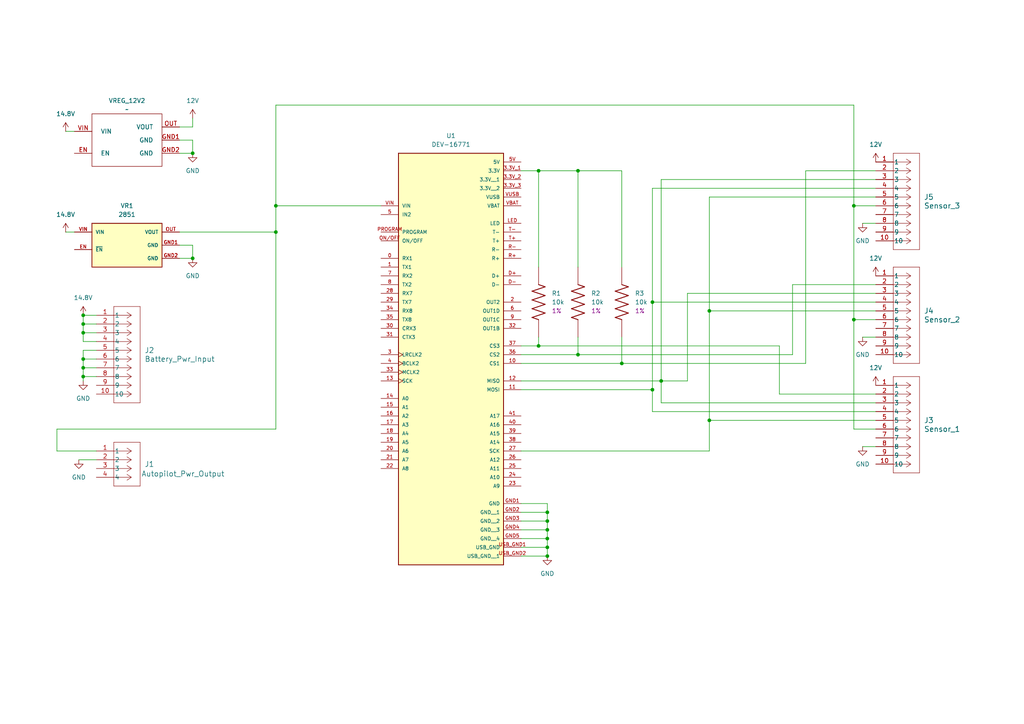
<source format=kicad_sch>
(kicad_sch (version 20231120) (generator "eeschema") (generator_version "8.0")
  (paper "A4")
  (lib_symbols
    (symbol "2Pin_Molex:2Pin_Molex" (pin_names (offset 0.254))
      (property "Reference" "J1" (at 8.89 6.35 0))
      (symbol "2Pin_Molex_1_1"
        (polyline (pts (xy 5.08 -10.16) (xy 12.7 -10.16)) (stroke (width 0.127)))
        (polyline (pts (xy 5.08 2.54) (xy 5.08 -10.16)) (stroke (width 0.127)))
        (polyline (pts (xy 10.16 -7.62) (xy 5.08 -7.62)) (stroke (width 0.127)))
        (polyline (pts (xy 10.16 -7.62) (xy 8.89 -8.4667)) (stroke (width 0.127)))
        (polyline (pts (xy 10.16 -7.62) (xy 8.89 -6.7733)) (stroke (width 0.127)))
        (polyline (pts (xy 10.16 -5.08) (xy 5.08 -5.08)) (stroke (width 0.127)))
        (polyline (pts (xy 10.16 -5.08) (xy 8.89 -5.9267)) (stroke (width 0.127)))
        (polyline (pts (xy 10.16 -5.08) (xy 8.89 -4.2333)) (stroke (width 0.127)))
        (polyline (pts (xy 10.16 -2.54) (xy 5.08 -2.54)) (stroke (width 0.127)))
        (polyline (pts (xy 10.16 -2.54) (xy 8.89 -3.3867)) (stroke (width 0.127)))
        (polyline (pts (xy 10.16 -2.54) (xy 8.89 -1.6933)) (stroke (width 0.127)))
        (polyline (pts (xy 10.16 0) (xy 5.08 0)) (stroke (width 0.127)))
        (polyline (pts (xy 10.16 0) (xy 8.89 -0.8467)) (stroke (width 0.127)))
        (polyline (pts (xy 10.16 0) (xy 8.89 0.8467)) (stroke (width 0.127)))
        (polyline (pts (xy 12.7 -10.16) (xy 12.7 2.54)) (stroke (width 0.127)))
        (polyline (pts (xy 12.7 2.54) (xy 5.08 2.54)) (stroke (width 0.127)))
        (pin unspecified line (at 0 0 0) (length 5.08) (name "1") (number "1"))
        (pin unspecified line (at 0 -2.54 0) (length 5.08) (name "2") (number "2"))
        (pin unspecified line (at 0 -5.08 0) (length 5.08) (name "3") (number "3"))
        (pin unspecified line (at 0 -7.62 0) (length 5.08) (name "4") (number "4"))
      )
      (symbol "2Pin_Molex_1_2"
        (polyline (pts (xy 5.08 -10.16) (xy 12.7 -10.16)) (stroke (width 0.127)))
        (polyline (pts (xy 5.08 2.54) (xy 5.08 -10.16)) (stroke (width 0.127)))
        (polyline (pts (xy 7.62 -7.62) (xy 5.08 -7.62)) (stroke (width 0.127)))
        (polyline (pts (xy 7.62 -7.62) (xy 8.89 -8.4667)) (stroke (width 0.127)))
        (polyline (pts (xy 7.62 -7.62) (xy 8.89 -6.7733)) (stroke (width 0.127)))
        (polyline (pts (xy 7.62 -5.08) (xy 5.08 -5.08)) (stroke (width 0.127)))
        (polyline (pts (xy 7.62 -5.08) (xy 8.89 -5.9267)) (stroke (width 0.127)))
        (polyline (pts (xy 7.62 -5.08) (xy 8.89 -4.2333)) (stroke (width 0.127)))
        (polyline (pts (xy 7.62 -2.54) (xy 5.08 -2.54)) (stroke (width 0.127)))
        (polyline (pts (xy 7.62 -2.54) (xy 8.89 -3.3867)) (stroke (width 0.127)))
        (polyline (pts (xy 7.62 -2.54) (xy 8.89 -1.6933)) (stroke (width 0.127)))
        (polyline (pts (xy 7.62 0) (xy 5.08 0)) (stroke (width 0.127)))
        (polyline (pts (xy 7.62 0) (xy 8.89 -0.8467)) (stroke (width 0.127)))
        (polyline (pts (xy 7.62 0) (xy 8.89 0.8467)) (stroke (width 0.127)))
        (polyline (pts (xy 12.7 -10.16) (xy 12.7 2.54)) (stroke (width 0.127)))
        (polyline (pts (xy 12.7 2.54) (xy 5.08 2.54)) (stroke (width 0.127)))
        (pin unspecified line (at 0 0 0) (length 5.08) (name "1") (number "1"))
        (pin unspecified line (at 0 -2.54 0) (length 5.08) (name "2") (number "2"))
        (pin unspecified line (at 0 -5.08 0) (length 5.08) (name "3") (number "3"))
        (pin unspecified line (at 0 -7.62 0) (length 5.08) (name "4") (number "4"))
      )
    )
    (symbol "8Pin_Molex:5024940870" (pin_names (offset 0.254))
      (property "Reference" "J" (at 8.89 6.35 0))
      (property "Value" "5024940870" (at 0 0 0))
      (symbol "5024940870_1_1"
        (polyline (pts (xy 5.08 -25.4) (xy 12.7 -25.4)) (stroke (width 0.127)))
        (polyline (pts (xy 5.08 2.54) (xy 5.08 -25.4)) (stroke (width 0.127)))
        (polyline (pts (xy 10.16 -22.86) (xy 5.08 -22.86)) (stroke (width 0.127)))
        (polyline (pts (xy 10.16 -22.86) (xy 8.89 -23.7067)) (stroke (width 0.127)))
        (polyline (pts (xy 10.16 -22.86) (xy 8.89 -22.0133)) (stroke (width 0.127)))
        (polyline (pts (xy 10.16 -20.32) (xy 5.08 -20.32)) (stroke (width 0.127)))
        (polyline (pts (xy 10.16 -20.32) (xy 8.89 -21.1667)) (stroke (width 0.127)))
        (polyline (pts (xy 10.16 -20.32) (xy 8.89 -19.4733)) (stroke (width 0.127)))
        (polyline (pts (xy 10.16 -17.78) (xy 5.08 -17.78)) (stroke (width 0.127)))
        (polyline (pts (xy 10.16 -17.78) (xy 8.89 -18.6267)) (stroke (width 0.127)))
        (polyline (pts (xy 10.16 -17.78) (xy 8.89 -16.9333)) (stroke (width 0.127)))
        (polyline (pts (xy 10.16 -15.24) (xy 5.08 -15.24)) (stroke (width 0.127)))
        (polyline (pts (xy 10.16 -15.24) (xy 8.89 -16.0867)) (stroke (width 0.127)))
        (polyline (pts (xy 10.16 -15.24) (xy 8.89 -14.3933)) (stroke (width 0.127)))
        (polyline (pts (xy 10.16 -12.7) (xy 5.08 -12.7)) (stroke (width 0.127)))
        (polyline (pts (xy 10.16 -12.7) (xy 8.89 -13.5467)) (stroke (width 0.127)))
        (polyline (pts (xy 10.16 -12.7) (xy 8.89 -11.8533)) (stroke (width 0.127)))
        (polyline (pts (xy 10.16 -10.16) (xy 5.08 -10.16)) (stroke (width 0.127)))
        (polyline (pts (xy 10.16 -10.16) (xy 8.89 -11.0067)) (stroke (width 0.127)))
        (polyline (pts (xy 10.16 -10.16) (xy 8.89 -9.3133)) (stroke (width 0.127)))
        (polyline (pts (xy 10.16 -7.62) (xy 5.08 -7.62)) (stroke (width 0.127)))
        (polyline (pts (xy 10.16 -7.62) (xy 8.89 -8.4667)) (stroke (width 0.127)))
        (polyline (pts (xy 10.16 -7.62) (xy 8.89 -6.7733)) (stroke (width 0.127)))
        (polyline (pts (xy 10.16 -5.08) (xy 5.08 -5.08)) (stroke (width 0.127)))
        (polyline (pts (xy 10.16 -5.08) (xy 8.89 -5.9267)) (stroke (width 0.127)))
        (polyline (pts (xy 10.16 -5.08) (xy 8.89 -4.2333)) (stroke (width 0.127)))
        (polyline (pts (xy 10.16 -2.54) (xy 5.08 -2.54)) (stroke (width 0.127)))
        (polyline (pts (xy 10.16 -2.54) (xy 8.89 -3.3867)) (stroke (width 0.127)))
        (polyline (pts (xy 10.16 -2.54) (xy 8.89 -1.6933)) (stroke (width 0.127)))
        (polyline (pts (xy 10.16 0) (xy 5.08 0)) (stroke (width 0.127)))
        (polyline (pts (xy 10.16 0) (xy 8.89 -0.8467)) (stroke (width 0.127)))
        (polyline (pts (xy 10.16 0) (xy 8.89 0.8467)) (stroke (width 0.127)))
        (polyline (pts (xy 12.7 -25.4) (xy 12.7 2.54)) (stroke (width 0.127)))
        (polyline (pts (xy 12.7 2.54) (xy 5.08 2.54)) (stroke (width 0.127)))
        (pin unspecified line (at 0 0 0) (length 5.08) (name "1") (number "1"))
        (pin unspecified line (at 0 -22.86 0) (length 5.08) (name "10") (number "10"))
        (pin unspecified line (at 0 -2.54 0) (length 5.08) (name "2") (number "2"))
        (pin unspecified line (at 0 -5.08 0) (length 5.08) (name "3") (number "3"))
        (pin unspecified line (at 0 -7.62 0) (length 5.08) (name "4") (number "4"))
        (pin unspecified line (at 0 -10.16 0) (length 5.08) (name "5") (number "5"))
        (pin unspecified line (at 0 -12.7 0) (length 5.08) (name "6") (number "6"))
        (pin unspecified line (at 0 -15.24 0) (length 5.08) (name "7") (number "7"))
        (pin unspecified line (at 0 -17.78 0) (length 5.08) (name "8") (number "8"))
        (pin unspecified line (at 0 -20.32 0) (length 5.08) (name "9") (number "9"))
      )
      (symbol "5024940870_1_2"
        (polyline (pts (xy 5.08 -25.4) (xy 12.7 -25.4)) (stroke (width 0.127)))
        (polyline (pts (xy 5.08 2.54) (xy 5.08 -25.4)) (stroke (width 0.127)))
        (polyline (pts (xy 7.62 -22.86) (xy 5.08 -22.86)) (stroke (width 0.127)))
        (polyline (pts (xy 7.62 -22.86) (xy 8.89 -23.7067)) (stroke (width 0.127)))
        (polyline (pts (xy 7.62 -22.86) (xy 8.89 -22.0133)) (stroke (width 0.127)))
        (polyline (pts (xy 7.62 -20.32) (xy 5.08 -20.32)) (stroke (width 0.127)))
        (polyline (pts (xy 7.62 -20.32) (xy 8.89 -21.1667)) (stroke (width 0.127)))
        (polyline (pts (xy 7.62 -20.32) (xy 8.89 -19.4733)) (stroke (width 0.127)))
        (polyline (pts (xy 7.62 -17.78) (xy 5.08 -17.78)) (stroke (width 0.127)))
        (polyline (pts (xy 7.62 -17.78) (xy 8.89 -18.6267)) (stroke (width 0.127)))
        (polyline (pts (xy 7.62 -17.78) (xy 8.89 -16.9333)) (stroke (width 0.127)))
        (polyline (pts (xy 7.62 -15.24) (xy 5.08 -15.24)) (stroke (width 0.127)))
        (polyline (pts (xy 7.62 -15.24) (xy 8.89 -16.0867)) (stroke (width 0.127)))
        (polyline (pts (xy 7.62 -15.24) (xy 8.89 -14.3933)) (stroke (width 0.127)))
        (polyline (pts (xy 7.62 -12.7) (xy 5.08 -12.7)) (stroke (width 0.127)))
        (polyline (pts (xy 7.62 -12.7) (xy 8.89 -13.5467)) (stroke (width 0.127)))
        (polyline (pts (xy 7.62 -12.7) (xy 8.89 -11.8533)) (stroke (width 0.127)))
        (polyline (pts (xy 7.62 -10.16) (xy 5.08 -10.16)) (stroke (width 0.127)))
        (polyline (pts (xy 7.62 -10.16) (xy 8.89 -11.0067)) (stroke (width 0.127)))
        (polyline (pts (xy 7.62 -10.16) (xy 8.89 -9.3133)) (stroke (width 0.127)))
        (polyline (pts (xy 7.62 -7.62) (xy 5.08 -7.62)) (stroke (width 0.127)))
        (polyline (pts (xy 7.62 -7.62) (xy 8.89 -8.4667)) (stroke (width 0.127)))
        (polyline (pts (xy 7.62 -7.62) (xy 8.89 -6.7733)) (stroke (width 0.127)))
        (polyline (pts (xy 7.62 -5.08) (xy 5.08 -5.08)) (stroke (width 0.127)))
        (polyline (pts (xy 7.62 -5.08) (xy 8.89 -5.9267)) (stroke (width 0.127)))
        (polyline (pts (xy 7.62 -5.08) (xy 8.89 -4.2333)) (stroke (width 0.127)))
        (polyline (pts (xy 7.62 -2.54) (xy 5.08 -2.54)) (stroke (width 0.127)))
        (polyline (pts (xy 7.62 -2.54) (xy 8.89 -3.3867)) (stroke (width 0.127)))
        (polyline (pts (xy 7.62 -2.54) (xy 8.89 -1.6933)) (stroke (width 0.127)))
        (polyline (pts (xy 7.62 0) (xy 5.08 0)) (stroke (width 0.127)))
        (polyline (pts (xy 7.62 0) (xy 8.89 -0.8467)) (stroke (width 0.127)))
        (polyline (pts (xy 7.62 0) (xy 8.89 0.8467)) (stroke (width 0.127)))
        (polyline (pts (xy 12.7 -25.4) (xy 12.7 2.54)) (stroke (width 0.127)))
        (polyline (pts (xy 12.7 2.54) (xy 5.08 2.54)) (stroke (width 0.127)))
        (pin unspecified line (at 0 0 0) (length 5.08) (name "1") (number "1"))
        (pin unspecified line (at 0 -22.86 0) (length 5.08) (name "10") (number "10"))
        (pin unspecified line (at 0 -2.54 0) (length 5.08) (name "2") (number "2"))
        (pin unspecified line (at 0 -5.08 0) (length 5.08) (name "3") (number "3"))
        (pin unspecified line (at 0 -7.62 0) (length 5.08) (name "4") (number "4"))
        (pin unspecified line (at 0 -10.16 0) (length 5.08) (name "5") (number "5"))
        (pin unspecified line (at 0 -12.7 0) (length 5.08) (name "6") (number "6"))
        (pin unspecified line (at 0 -15.24 0) (length 5.08) (name "7") (number "7"))
        (pin unspecified line (at 0 -17.78 0) (length 5.08) (name "8") (number "8"))
        (pin unspecified line (at 0 -20.32 0) (length 5.08) (name "9") (number "9"))
      )
    )
    (symbol "DEV-16771:DEV-16771" (pin_names (offset 1.016))
      (property "Reference" "U" (at -15.24 52.07 0))
      (property "Value" "DEV-16771" (at -15.24 -71.12 0))
      (symbol "DEV-16771_0_0"
        (rectangle (start -15.24 -68.58) (end 15.24 50.8) (stroke (width 0.254)) (fill (type background)))
        (pin bidirectional line (at -20.32 20.32 0) (length 5.08) (name "RX1") (number "0"))
        (pin bidirectional line (at -20.32 17.78 0) (length 5.08) (name "TX1") (number "1"))
        (pin bidirectional line (at 20.32 -10.16 180) (length 5.08) (name "CS1") (number "10"))
        (pin bidirectional line (at 20.32 -17.78 180) (length 5.08) (name "MOSI") (number "11"))
        (pin bidirectional line (at 20.32 -15.24 180) (length 5.08) (name "MISO") (number "12"))
        (pin bidirectional clock (at -20.32 -15.24 0) (length 5.08) (name "SCK") (number "13"))
        (pin bidirectional line (at -20.32 -20.32 0) (length 5.08) (name "A0") (number "14"))
        (pin bidirectional line (at -20.32 -22.86 0) (length 5.08) (name "A1") (number "15"))
        (pin bidirectional line (at -20.32 -25.4 0) (length 5.08) (name "A2") (number "16"))
        (pin bidirectional line (at -20.32 -27.94 0) (length 5.08) (name "A3") (number "17"))
        (pin bidirectional line (at -20.32 -30.48 0) (length 5.08) (name "A4") (number "18"))
        (pin bidirectional line (at -20.32 -33.02 0) (length 5.08) (name "A5") (number "19"))
        (pin output line (at 20.32 7.62 180) (length 5.08) (name "OUT2") (number "2"))
        (pin bidirectional line (at -20.32 -35.56 0) (length 5.08) (name "A6") (number "20"))
        (pin bidirectional line (at -20.32 -38.1 0) (length 5.08) (name "A7") (number "21"))
        (pin bidirectional line (at -20.32 -40.64 0) (length 5.08) (name "A8") (number "22"))
        (pin bidirectional line (at 20.32 -45.72 180) (length 5.08) (name "A9") (number "23"))
        (pin bidirectional line (at 20.32 -43.18 180) (length 5.08) (name "A10") (number "24"))
        (pin bidirectional line (at 20.32 -40.64 180) (length 5.08) (name "A11") (number "25"))
        (pin bidirectional line (at 20.32 -38.1 180) (length 5.08) (name "A12") (number "26"))
        (pin bidirectional line (at -20.32 10.16 0) (length 5.08) (name "RX7") (number "28"))
        (pin bidirectional line (at -20.32 7.62 0) (length 5.08) (name "TX7") (number "29"))
        (pin bidirectional clock (at -20.32 -7.62 0) (length 5.08) (name "LRCLK2") (number "3"))
        (pin power_in line (at 20.32 45.72 180) (length 5.08) (name "3.3V") (number "3.3V_1"))
        (pin power_in line (at 20.32 43.18 180) (length 5.08) (name "3.3V__1") (number "3.3V_2"))
        (pin power_in line (at 20.32 40.64 180) (length 5.08) (name "3.3V__2") (number "3.3V_3"))
        (pin bidirectional line (at -20.32 0 0) (length 5.08) (name "CRX3") (number "30"))
        (pin bidirectional line (at -20.32 -2.54 0) (length 5.08) (name "CTX3") (number "31"))
        (pin output line (at 20.32 0 180) (length 5.08) (name "OUT1B") (number "32"))
        (pin bidirectional clock (at -20.32 -12.7 0) (length 5.08) (name "MCLK2") (number "33"))
        (pin bidirectional line (at -20.32 5.08 0) (length 5.08) (name "RX8") (number "34"))
        (pin bidirectional line (at -20.32 2.54 0) (length 5.08) (name "TX8") (number "35"))
        (pin bidirectional line (at 20.32 -7.62 180) (length 5.08) (name "CS2") (number "36"))
        (pin bidirectional line (at 20.32 -5.08 180) (length 5.08) (name "CS3") (number "37"))
        (pin bidirectional line (at 20.32 -33.02 180) (length 5.08) (name "A14") (number "38"))
        (pin bidirectional line (at 20.32 -30.48 180) (length 5.08) (name "A15") (number "39"))
        (pin bidirectional clock (at -20.32 -10.16 0) (length 5.08) (name "BCLK2") (number "4"))
        (pin bidirectional line (at 20.32 -27.94 180) (length 5.08) (name "A16") (number "40"))
        (pin bidirectional line (at 20.32 -25.4 180) (length 5.08) (name "A17") (number "41"))
        (pin bidirectional line (at -20.32 33.02 0) (length 5.08) (name "IN2") (number "5"))
        (pin power_in line (at 20.32 48.26 180) (length 5.08) (name "5V") (number "5V"))
        (pin output line (at 20.32 5.08 180) (length 5.08) (name "OUT1D") (number "6"))
        (pin bidirectional line (at -20.32 15.24 0) (length 5.08) (name "RX2") (number "7"))
        (pin bidirectional line (at -20.32 12.7 0) (length 5.08) (name "TX2") (number "8"))
        (pin output line (at 20.32 2.54 180) (length 5.08) (name "OUT1C") (number "9"))
        (pin bidirectional line (at 20.32 15.24 180) (length 5.08) (name "D+") (number "D+"))
        (pin bidirectional line (at 20.32 12.7 180) (length 5.08) (name "D-") (number "D-"))
        (pin power_in line (at 20.32 -50.8 180) (length 5.08) (name "GND") (number "GND1"))
        (pin power_in line (at 20.32 -53.34 180) (length 5.08) (name "GND__1") (number "GND2"))
        (pin power_in line (at 20.32 -55.88 180) (length 5.08) (name "GND__2") (number "GND3"))
        (pin power_in line (at 20.32 -58.42 180) (length 5.08) (name "GND__3") (number "GND4"))
        (pin power_in line (at 20.32 -60.96 180) (length 5.08) (name "GND__4") (number "GND5"))
        (pin bidirectional line (at 20.32 30.48 180) (length 5.08) (name "LED") (number "LED"))
        (pin bidirectional line (at -20.32 25.4 0) (length 5.08) (name "ON/OFF") (number "ON/OFF"))
        (pin bidirectional line (at -20.32 27.94 0) (length 5.08) (name "PROGRAM") (number "PROGRAM"))
        (pin bidirectional line (at 20.32 20.32 180) (length 5.08) (name "R+") (number "R+"))
        (pin bidirectional line (at 20.32 22.86 180) (length 5.08) (name "R-") (number "R-"))
        (pin bidirectional line (at 20.32 25.4 180) (length 5.08) (name "T+") (number "T+"))
        (pin bidirectional line (at 20.32 27.94 180) (length 5.08) (name "T-") (number "T-"))
        (pin power_in line (at 20.32 -63.5 180) (length 5.08) (name "USB_GND") (number "USB_GND1"))
        (pin power_in line (at 20.32 -66.04 180) (length 5.08) (name "USB_GND__1") (number "USB_GND2"))
        (pin passive line (at 20.32 35.56 180) (length 5.08) (name "VBAT") (number "VBAT"))
        (pin input line (at -20.32 35.56 0) (length 5.08) (name "VIN") (number "VIN"))
        (pin passive line (at 20.32 38.1 180) (length 5.08) (name "VUSB") (number "VUSB"))
      )
      (symbol "DEV-16771_1_0"
        (pin bidirectional line (at 20.32 -35.56 180) (length 5.08) (name "SCK") (number "27"))
      )
    )
    (symbol "Resistors_SMD:0402R_10k_1%" (pin_numbers hide) (pin_names (offset 1.016) hide)
      (property "Reference" "R" (at -7.624 2.541 0))
      (property "Value" "10k" (at -7.624 -5.087 0))
      (property "Tolerance" "1%" (at 0 0 0))
      (symbol "0402R_10k_1%_0_0"
        (polyline (pts (xy -5.08 0) (xy -4.445 1.905)) (stroke (width 0.254)))
        (polyline (pts (xy -4.445 1.905) (xy -3.175 -1.905)) (stroke (width 0.254)))
        (polyline (pts (xy -3.175 -1.905) (xy -1.905 1.905)) (stroke (width 0.254)))
        (polyline (pts (xy -1.905 1.905) (xy -0.635 -1.905)) (stroke (width 0.254)))
        (polyline (pts (xy -0.635 -1.905) (xy 0.635 1.905)) (stroke (width 0.254)))
        (polyline (pts (xy 0.635 1.905) (xy 1.905 -1.905)) (stroke (width 0.254)))
        (polyline (pts (xy 1.905 -1.905) (xy 3.175 1.905)) (stroke (width 0.254)))
        (polyline (pts (xy 3.175 1.905) (xy 4.445 -1.905)) (stroke (width 0.254)))
        (polyline (pts (xy 4.445 -1.905) (xy 5.08 0)) (stroke (width 0.254)))
        (pin passive line (at -10.16 0 0) (length 5.08) (name "~") (number "1"))
        (pin passive line (at 10.16 0 180) (length 5.08) (name "~") (number "2"))
      )
    )
    (symbol "modules:2851" (pin_names (offset 1.016))
      (property "Reference" "VR" (at -10.16 5.842 0))
      (property "Value" "2851" (at -10.16 -10.16 0))
      (symbol "2851_0_0"
        (rectangle (start -10.16 -7.62) (end 10.16 5.08) (stroke (width 0.254)) (fill (type background)))
        (pin input line (at -15.24 -2.54 0) (length 5.08) (name "~{EN}") (number "EN"))
        (pin power_in line (at 15.24 -1.27 180) (length 5.08) (name "GND") (number "GND1"))
        (pin power_in line (at 15.24 -5.08 180) (length 5.08) (name "GND") (number "GND2"))
        (pin output line (at 15.24 2.54 180) (length 5.08) (name "VOUT") (number "OUT"))
        (pin input line (at -15.24 2.54 0) (length 5.08) (name "VIN") (number "VIN"))
      )
    )
    (symbol "modules:VREG_12V" (pin_names (offset 2.54))
      (property "Reference" "VREG_12V" (at -0.254 6.858 0))
      (symbol "VREG_12V_0_1"
        (rectangle (start -11.43 7.62) (end 8.89 -7.62))
      )
      (symbol "VREG_12V_1_1"
        (pin input line (at -16.51 -3.81 0) (length 5.08) (name "EN") (number "EN"))
        (pin output line (at 13.97 0 180) (length 5.08) (name "GND") (number "GND1"))
        (pin output line (at 13.97 -3.81 180) (length 5.08) (name "GND") (number "GND2"))
        (pin output line (at 13.97 3.81 180) (length 5.08) (name "VOUT") (number "OUT"))
        (pin input line (at -16.51 2.54 0) (length 5.08) (name "VIN") (number "VIN"))
      )
    )
    (symbol "power:+12V" (power) (pin_numbers hide) (pin_names (offset 0) hide)
      (property "Value" "+12V" (at 0 3.556 0))
      (symbol "+12V_0_1"
        (polyline (pts (xy -0.762 1.27) (xy 0 2.54)))
        (polyline (pts (xy 0 0) (xy 0 2.54)))
        (polyline (pts (xy 0 2.54) (xy 0.762 1.27)))
      )
      (symbol "+12V_1_1"
        (pin power_in line (at 0 0 90) (length 0) (name "~") (number "1"))
      )
    )
    (symbol "power:GND" (power) (pin_numbers hide) (pin_names (offset 0) hide)
      (property "Value" "GND" (at 0 -3.81 0))
      (symbol "GND_0_1"
        (polyline (pts (xy 0 0) (xy 0 -1.27) (xy 1.27 -1.27) (xy 0 -2.54) (xy -1.27 -1.27) (xy 0 -1.27)))
      )
      (symbol "GND_1_1"
        (pin power_in line (at 0 0 270) (length 0) (name "~") (number "1"))
      )
    )
  )
  (junction (at 205.74 90.17))
  (junction (at 55.88 44.45))
  (junction (at 205.74 121.92))
  (junction (at 24.13 96.52))
  (junction (at 24.13 91.44))
  (junction (at 24.13 106.68))
  (junction (at 24.13 93.98))
  (junction (at 180.34 105.41))
  (junction (at 189.23 113.03))
  (junction (at 189.23 87.63))
  (junction (at 80.01 67.31))
  (junction (at 156.21 49.53))
  (junction (at 55.88 74.93))
  (junction (at 158.75 153.67))
  (junction (at 158.75 156.21))
  (junction (at 167.64 102.87))
  (junction (at 158.75 161.29))
  (junction (at 24.13 104.14))
  (junction (at 247.65 59.69))
  (junction (at 247.65 92.71))
  (junction (at 167.64 49.53))
  (junction (at 156.21 100.33))
  (junction (at 24.13 109.22))
  (junction (at 158.75 151.13))
  (junction (at 80.01 59.69))
  (junction (at 158.75 148.59))
  (junction (at 191.77 110.49))
  (junction (at 158.75 158.75))
  (wire (pts (xy 52.07 67.31) (xy 80.01 67.31)))
  (wire (pts (xy 191.77 110.49) (xy 191.77 52.07)))
  (wire (pts (xy 156.21 49.53) (xy 167.64 49.53)))
  (wire (pts (xy 151.13 153.67) (xy 158.75 153.67)))
  (wire (pts (xy 27.94 93.98) (xy 24.13 93.98)))
  (wire (pts (xy 205.74 121.92) (xy 254 121.92)))
  (wire (pts (xy 189.23 87.63) (xy 189.23 54.61)))
  (wire (pts (xy 167.64 49.53) (xy 180.34 49.53)))
  (wire (pts (xy 55.88 40.64) (xy 55.88 44.45)))
  (wire (pts (xy 156.21 100.33) (xy 156.21 97.79)))
  (wire (pts (xy 229.87 102.87) (xy 229.87 82.55)))
  (wire (pts (xy 205.74 90.17) (xy 254 90.17)))
  (wire (pts (xy 19.05 67.31) (xy 21.59 67.31)))
  (wire (pts (xy 189.23 113.03) (xy 189.23 119.38)))
  (wire (pts (xy 80.01 30.48) (xy 247.65 30.48)))
  (wire (pts (xy 158.75 158.75) (xy 158.75 161.29)))
  (wire (pts (xy 229.87 82.55) (xy 254 82.55)))
  (wire (pts (xy 156.21 77.47) (xy 156.21 49.53)))
  (wire (pts (xy 24.13 101.6) (xy 24.13 104.14)))
  (wire (pts (xy 80.01 59.69) (xy 110.49 59.69)))
  (wire (pts (xy 205.74 90.17) (xy 205.74 57.15)))
  (wire (pts (xy 247.65 59.69) (xy 247.65 92.71)))
  (wire (pts (xy 151.13 102.87) (xy 167.64 102.87)))
  (wire (pts (xy 158.75 146.05) (xy 158.75 148.59)))
  (wire (pts (xy 167.64 77.47) (xy 167.64 49.53)))
  (wire (pts (xy 191.77 116.84) (xy 254 116.84)))
  (wire (pts (xy 191.77 52.07) (xy 254 52.07)))
  (wire (pts (xy 191.77 110.49) (xy 191.77 116.84)))
  (wire (pts (xy 52.07 74.93) (xy 55.88 74.93)))
  (wire (pts (xy 151.13 110.49) (xy 191.77 110.49)))
  (wire (pts (xy 55.88 34.29) (xy 55.88 36.83)))
  (wire (pts (xy 52.07 40.64) (xy 55.88 40.64)))
  (wire (pts (xy 199.39 85.09) (xy 254 85.09)))
  (wire (pts (xy 189.23 87.63) (xy 254 87.63)))
  (wire (pts (xy 247.65 59.69) (xy 254 59.69)))
  (wire (pts (xy 180.34 105.41) (xy 233.68 105.41)))
  (wire (pts (xy 24.13 106.68) (xy 27.94 106.68)))
  (wire (pts (xy 205.74 130.81) (xy 205.74 121.92)))
  (wire (pts (xy 167.64 102.87) (xy 167.64 97.79)))
  (wire (pts (xy 151.13 158.75) (xy 158.75 158.75)))
  (wire (pts (xy 22.86 133.35) (xy 27.94 133.35)))
  (wire (pts (xy 27.94 101.6) (xy 24.13 101.6)))
  (wire (pts (xy 233.68 105.41) (xy 233.68 49.53)))
  (wire (pts (xy 247.65 92.71) (xy 247.65 124.46)))
  (wire (pts (xy 247.65 92.71) (xy 254 92.71)))
  (wire (pts (xy 52.07 71.12) (xy 55.88 71.12)))
  (wire (pts (xy 151.13 151.13) (xy 158.75 151.13)))
  (wire (pts (xy 16.51 130.81) (xy 27.94 130.81)))
  (wire (pts (xy 226.06 100.33) (xy 226.06 114.3)))
  (wire (pts (xy 24.13 109.22) (xy 24.13 110.49)))
  (wire (pts (xy 151.13 100.33) (xy 156.21 100.33)))
  (wire (pts (xy 24.13 109.22) (xy 27.94 109.22)))
  (wire (pts (xy 167.64 102.87) (xy 229.87 102.87)))
  (wire (pts (xy 19.05 38.1) (xy 21.59 38.1)))
  (wire (pts (xy 24.13 91.44) (xy 27.94 91.44)))
  (wire (pts (xy 151.13 146.05) (xy 158.75 146.05)))
  (wire (pts (xy 16.51 130.81) (xy 16.51 124.46)))
  (wire (pts (xy 16.51 124.46) (xy 80.01 124.46)))
  (wire (pts (xy 180.34 105.41) (xy 180.34 97.79)))
  (wire (pts (xy 24.13 91.44) (xy 24.13 93.98)))
  (wire (pts (xy 250.19 64.77) (xy 254 64.77)))
  (wire (pts (xy 151.13 105.41) (xy 180.34 105.41)))
  (wire (pts (xy 55.88 36.83) (xy 52.07 36.83)))
  (wire (pts (xy 80.01 59.69) (xy 80.01 30.48)))
  (wire (pts (xy 156.21 100.33) (xy 226.06 100.33)))
  (wire (pts (xy 24.13 99.06) (xy 27.94 99.06)))
  (wire (pts (xy 189.23 54.61) (xy 254 54.61)))
  (wire (pts (xy 233.68 49.53) (xy 254 49.53)))
  (wire (pts (xy 24.13 96.52) (xy 24.13 93.98)))
  (wire (pts (xy 151.13 156.21) (xy 158.75 156.21)))
  (wire (pts (xy 55.88 71.12) (xy 55.88 74.93)))
  (wire (pts (xy 205.74 57.15) (xy 254 57.15)))
  (wire (pts (xy 205.74 121.92) (xy 205.74 90.17)))
  (wire (pts (xy 189.23 119.38) (xy 254 119.38)))
  (wire (pts (xy 151.13 130.81) (xy 205.74 130.81)))
  (wire (pts (xy 250.19 129.54) (xy 254 129.54)))
  (wire (pts (xy 247.65 124.46) (xy 254 124.46)))
  (wire (pts (xy 158.75 148.59) (xy 158.75 151.13)))
  (wire (pts (xy 247.65 30.48) (xy 247.65 59.69)))
  (wire (pts (xy 189.23 113.03) (xy 189.23 87.63)))
  (wire (pts (xy 27.94 96.52) (xy 24.13 96.52)))
  (wire (pts (xy 226.06 114.3) (xy 254 114.3)))
  (wire (pts (xy 158.75 151.13) (xy 158.75 153.67)))
  (wire (pts (xy 24.13 96.52) (xy 24.13 99.06)))
  (wire (pts (xy 52.07 44.45) (xy 55.88 44.45)))
  (wire (pts (xy 151.13 113.03) (xy 189.23 113.03)))
  (wire (pts (xy 199.39 110.49) (xy 199.39 85.09)))
  (wire (pts (xy 191.77 110.49) (xy 199.39 110.49)))
  (wire (pts (xy 158.75 161.29) (xy 151.13 161.29)))
  (wire (pts (xy 156.21 49.53) (xy 151.13 49.53)))
  (wire (pts (xy 151.13 148.59) (xy 158.75 148.59)))
  (wire (pts (xy 80.01 124.46) (xy 80.01 67.31)))
  (wire (pts (xy 180.34 77.47) (xy 180.34 49.53)))
  (wire (pts (xy 24.13 104.14) (xy 24.13 106.68)))
  (wire (pts (xy 158.75 156.21) (xy 158.75 158.75)))
  (wire (pts (xy 80.01 67.31) (xy 80.01 59.69)))
  (wire (pts (xy 24.13 104.14) (xy 27.94 104.14)))
  (wire (pts (xy 24.13 106.68) (xy 24.13 109.22)))
  (wire (pts (xy 158.75 153.67) (xy 158.75 156.21)))
  (wire (pts (xy 250.19 97.79) (xy 254 97.79)))
  (symbol (lib_id "8Pin_Molex:5024940870") (at 254 80.01 0) (unit 1)
    (property "Reference" "J4" (at 267.97 90.1699 0) (effects (font (size 1.524 1.524)) (justify left)))
    (property "Value" "Sensor_2" (at 267.97 92.7099 0) (effects (font (size 1.524 1.524)) (justify left)))
    (property "Footprint" "footprints:8Pin_Molex" (effects (hide yes)))
    (property "Datasheet" "5024940870" (effects (hide yes)))
  )
  (symbol (lib_id "power:+12V") (at 254 46.99 0) (unit 1)
    (property "Reference" "#PWR01" (effects (hide yes)))
    (property "Value" "12V" (at 254 41.91 0))
    (property "Description" "Power symbol creates a global label with name \"+12V\"" (effects (hide yes)))
  )
  (symbol (lib_id "power:+12V") (at 19.05 67.31 0) (unit 1)
    (property "Reference" "#PWR06" (effects (hide yes)))
    (property "Value" "14.8V" (at 19.05 62.23 0))
    (property "Description" "Power symbol creates a global label with name \"+12V\"" (effects (hide yes)))
  )
  (symbol (lib_id "power:+12V") (at 254 111.76 0) (unit 1)
    (property "Reference" "#PWR04" (effects (hide yes)))
    (property "Value" "12V" (at 254 106.68 0))
    (property "Description" "Power symbol creates a global label with name \"+12V\"" (effects (hide yes)))
  )
  (symbol (lib_id "power:GND") (at 24.13 110.49 0) (unit 1)
    (property "Reference" "#PWR02" (effects (hide yes)))
    (property "Value" "GND" (at 24.13 115.57 0))
    (property "Description" "Power symbol creates a global label with name \"GND\" , ground" (effects (hide yes)))
  )
  (symbol (lib_id "power:+12V") (at 254 80.01 0) (unit 1)
    (property "Reference" "#PWR03" (effects (hide yes)))
    (property "Value" "12V" (at 254 74.93 0))
    (property "Description" "Power symbol creates a global label with name \"+12V\"" (effects (hide yes)))
  )
  (symbol (lib_id "modules:2851") (at 36.83 69.85 0) (unit 1)
    (property "Reference" "VR1" (at 36.83 59.69 0))
    (property "Value" "2851" (at 36.83 62.23 0))
    (property "Footprint" "footprints:VREG_2851" (effects (hide yes)))
    (property "MP" "2851" (effects (hide yes)))
  )
  (symbol (lib_id "power:GND") (at 250.19 97.79 0) (unit 1)
    (property "Reference" "#PWR09" (effects (hide yes)))
    (property "Value" "GND" (at 250.19 102.87 0))
    (property "Description" "Power symbol creates a global label with name \"GND\" , ground" (effects (hide yes)))
  )
  (symbol (lib_id "power:GND") (at 158.75 161.29 0) (unit 1)
    (property "Reference" "#PWR010" (effects (hide yes)))
    (property "Value" "GND" (at 158.75 166.37 0))
    (property "Description" "Power symbol creates a global label with name \"GND\" , ground" (effects (hide yes)))
  )
  (symbol (lib_id "modules:VREG_12V") (at 38.1 40.64 0) (unit 1)
    (property "Reference" "VREG_12V2" (at 36.83 29.21 0))
    (property "Value" "~" (at 36.83 31.75 0))
    (property "Footprint" "footprints:VREG_2851" (effects (hide yes)))
  )
  (symbol (lib_id "power:+12V") (at 24.13 91.44 0) (unit 1)
    (property "Reference" "#PWR05" (effects (hide yes)))
    (property "Value" "14.8V" (at 24.13 86.36 0))
    (property "Description" "Power symbol creates a global label with name \"+12V\"" (effects (hide yes)))
  )
  (symbol (lib_id "power:GND") (at 250.19 64.77 0) (unit 1)
    (property "Reference" "#PWR08" (effects (hide yes)))
    (property "Value" "GND" (at 250.19 69.85 0))
    (property "Description" "Power symbol creates a global label with name \"GND\" , ground" (effects (hide yes)))
  )
  (symbol (lib_id "power:GND") (at 250.19 129.54 0) (unit 1)
    (property "Reference" "#PWR011" (effects (hide yes)))
    (property "Value" "GND" (at 250.19 134.62 0))
    (property "Description" "Power symbol creates a global label with name \"GND\" , ground" (effects (hide yes)))
  )
  (symbol (lib_id "power:+12V") (at 55.88 34.29 0) (unit 1)
    (property "Reference" "#PWR026" (effects (hide yes)))
    (property "Value" "12V" (at 55.88 29.21 0))
    (property "Description" "Power symbol creates a global label with name \"+12V\"" (effects (hide yes)))
  )
  (symbol (lib_id "8Pin_Molex:5024940870") (at 27.94 91.44 0) (unit 1)
    (property "Reference" "J2" (at 41.91 101.5999 0) (effects (font (size 1.524 1.524)) (justify left)))
    (property "Value" "Battery_Pwr_Input" (at 41.91 104.1399 0) (effects (font (size 1.524 1.524)) (justify left)))
    (property "Footprint" "footprints:8Pin_Molex" (effects (hide yes)))
    (property "Datasheet" "5024940870" (effects (hide yes)))
  )
  (symbol (lib_id "2Pin_Molex:2Pin_Molex") (at 27.94 130.81 0) (unit 1)
    (property "Reference" "J1" (at 41.91 134.6199 0) (effects (font (size 1.524 1.524)) (justify left)))
    (property "Value" "Autopilot_Pwr_Output" (at 53.086 137.414 0) (effects (font (size 1.524 1.524))))
    (property "Footprint" "footprints:2Pin_Molex" (effects (hide yes)))
  )
  (symbol (lib_id "Resistors_SMD:0402R_10k_1%") (at 156.21 87.63 90) (unit 1)
    (property "Reference" "R1" (at 160.02 85.0899 90) (effects (justify right)))
    (property "Value" "10k" (at 160.02 87.6299 90) (effects (justify right)))
    (property "Footprint" "Resistor_SMD:R_0402_1005Metric" (effects (hide yes)))
    (property "Description" "RES 10K OHM 1% 1/16W 0402" (effects (hide yes)))
    (property "PARTREV" "3/1/2020" (effects (hide yes)))
    (property "STANDARD" "Manufacturer Recommendations" (effects (hide yes)))
    (property "MAXIMUM_PACKAGE_HEIGHT" "0.45 mm" (effects (hide yes)))
    (property "Tolerance" "1%" (at 160.02 90.1699 90) (effects (justify right)))
    (property "Size" "0402" (effects (hide yes)))
    (property "Vendor_PN" "RMCF0402FT10K0CT-ND" (effects (hide yes)))
    (property "MFG_PN" "RMCF0402FT10K0" (effects (hide yes)))
  )
  (symbol (lib_id "power:GND") (at 55.88 74.93 0) (unit 1)
    (property "Reference" "#PWR07" (effects (hide yes)))
    (property "Value" "GND" (at 55.88 80.01 0))
    (property "Description" "Power symbol creates a global label with name \"GND\" , ground" (effects (hide yes)))
  )
  (symbol (lib_id "Resistors_SMD:0402R_10k_1%") (at 167.64 87.63 90) (unit 1)
    (property "Reference" "R2" (at 171.45 85.0899 90) (effects (justify right)))
    (property "Value" "10k" (at 171.45 87.6299 90) (effects (justify right)))
    (property "Footprint" "Resistor_SMD:R_0402_1005Metric" (effects (hide yes)))
    (property "Description" "RES 10K OHM 1% 1/16W 0402" (effects (hide yes)))
    (property "PARTREV" "3/1/2020" (effects (hide yes)))
    (property "STANDARD" "Manufacturer Recommendations" (effects (hide yes)))
    (property "MAXIMUM_PACKAGE_HEIGHT" "0.45 mm" (effects (hide yes)))
    (property "Tolerance" "1%" (at 171.45 90.1699 90) (effects (justify right)))
    (property "Size" "0402" (effects (hide yes)))
    (property "Vendor_PN" "RMCF0402FT10K0CT-ND" (effects (hide yes)))
    (property "MFG_PN" "RMCF0402FT10K0" (effects (hide yes)))
  )
  (symbol (lib_id "DEV-16771:DEV-16771") (at 130.81 95.25 0) (unit 1)
    (property "Reference" "U1" (at 130.81 39.37 0))
    (property "Value" "DEV-16771" (at 130.81 41.91 0))
    (property "Footprint" "footprints:MODULE_DEV-16771" (effects (hide yes)))
    (property "PARTREV" "4.1" (effects (hide yes)))
    (property "MANUFACTURER" "SparkFun Electronics" (effects (hide yes)))
    (property "MAXIMUM_PACKAGE_HEIGHT" "4.07mm" (effects (hide yes)))
    (property "STANDARD" "Manufacturer recommendations" (effects (hide yes)))
  )
  (symbol (lib_id "power:GND") (at 22.86 133.35 0) (unit 1)
    (property "Reference" "#PWR021" (effects (hide yes)))
    (property "Value" "GND" (at 22.86 138.43 0))
    (property "Description" "Power symbol creates a global label with name \"GND\" , ground" (effects (hide yes)))
  )
  (symbol (lib_id "8Pin_Molex:5024940870") (at 254 111.76 0) (unit 1)
    (property "Reference" "J3" (at 267.97 121.9199 0) (effects (font (size 1.524 1.524)) (justify left)))
    (property "Value" "Sensor_1" (at 267.97 124.4599 0) (effects (font (size 1.524 1.524)) (justify left)))
    (property "Footprint" "footprints:8Pin_Molex" (effects (hide yes)))
    (property "Datasheet" "5024940870" (effects (hide yes)))
  )
  (symbol (lib_id "Resistors_SMD:0402R_10k_1%") (at 180.34 87.63 90) (unit 1)
    (property "Reference" "R3" (at 184.15 85.0899 90) (effects (justify right)))
    (property "Value" "10k" (at 184.15 87.6299 90) (effects (justify right)))
    (property "Footprint" "Resistor_SMD:R_0402_1005Metric" (effects (hide yes)))
    (property "Description" "RES 10K OHM 1% 1/16W 0402" (effects (hide yes)))
    (property "PARTREV" "3/1/2020" (effects (hide yes)))
    (property "STANDARD" "Manufacturer Recommendations" (effects (hide yes)))
    (property "MAXIMUM_PACKAGE_HEIGHT" "0.45 mm" (effects (hide yes)))
    (property "Tolerance" "1%" (at 184.15 90.1699 90) (effects (justify right)))
    (property "Size" "0402" (effects (hide yes)))
    (property "Vendor_PN" "RMCF0402FT10K0CT-ND" (effects (hide yes)))
    (property "MFG_PN" "RMCF0402FT10K0" (effects (hide yes)))
  )
  (symbol (lib_id "power:GND") (at 55.88 44.45 0) (unit 1)
    (property "Reference" "#PWR029" (effects (hide yes)))
    (property "Value" "GND" (at 55.88 49.53 0))
    (property "Description" "Power symbol creates a global label with name \"GND\" , ground" (effects (hide yes)))
  )
  (symbol (lib_id "8Pin_Molex:5024940870") (at 254 46.99 0) (unit 1)
    (property "Reference" "J5" (at 267.97 57.1499 0) (effects (font (size 1.524 1.524)) (justify left)))
    (property "Value" "Sensor_3" (at 267.97 59.6899 0) (effects (font (size 1.524 1.524)) (justify left)))
    (property "Footprint" "footprints:8Pin_Molex" (effects (hide yes)))
    (property "Datasheet" "5024940870" (effects (hide yes)))
  )
  (symbol (lib_id "power:+12V") (at 19.05 38.1 0) (unit 1)
    (property "Reference" "#PWR025" (effects (hide yes)))
    (property "Value" "14.8V" (at 19.05 33.02 0))
    (property "Description" "Power symbol creates a global label with name \"+12V\"" (effects (hide yes)))
  )
)
</source>
